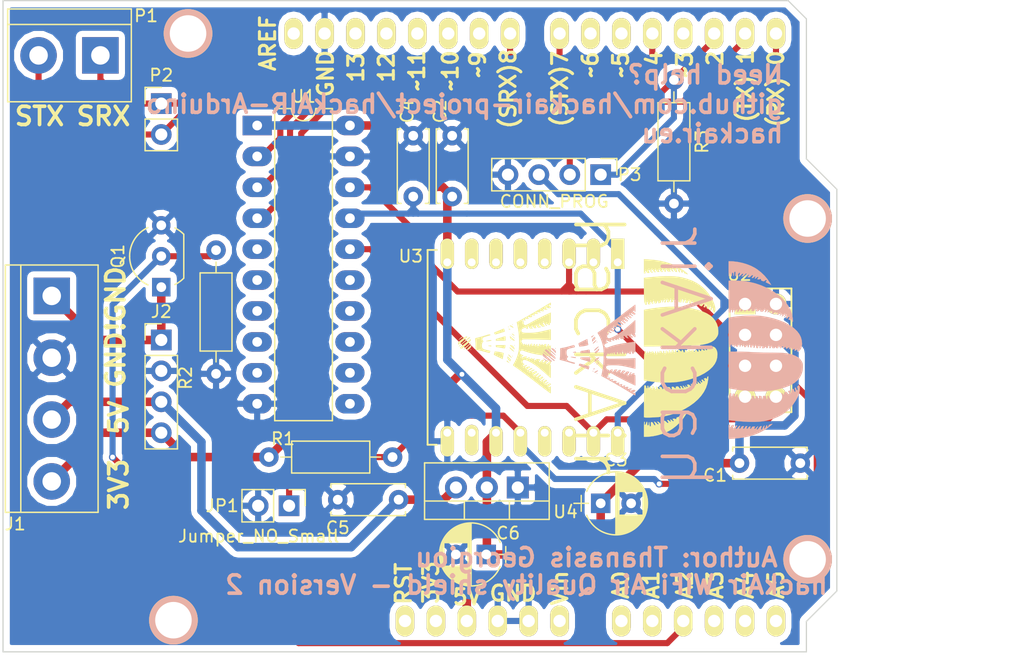
<source format=kicad_pcb>
(kicad_pcb (version 4) (host pcbnew 4.0.6)
  (title_block (title "HackAir Wifi Air Quality Shield for Arduino") (date 2017-04-04) (rev 5) (company "Thanasis Georgiou <contact@thgeorgiou.om>") (comment 1 "Part of the hackAIR project, available freely under the (CC BY 4.0) license.") (comment 3 "kicad0ESP8266 footprints & schematic by Jerry Dunmire, CC BY-SA 4.0") (comment 4 "Arduino Shield footprint by Nicholas C Lewis, CC BY 3.0"))
  (layers (0 F.Cu signal) (31 B.Cu signal) (34 B.Paste user) (35 F.Paste user) (36 B.SilkS user) (37 F.SilkS user) (38 B.Mask user) (39 F.Mask user) (44 Edge.Cuts user))
  (net 0 "")
  (net 1 +3V3)
  (net 2 GND)
  (net 3 /ESP_RST)
  (net 4 +5V)
  (net 5 "Net-(J1-Pad1)")
  (net 6 /SENSOR_RX)
  (net 7 /SENSOR_TX)
  (net 8 /MC_RST)
  (net 9 /MC_TX)
  (net 10 /ESP_TX)
  (net 11 /SW_GND_G)
  (net 12 /ESP_IO_0)
  (net 13 "Net-(SHIELD1-PadAD5)")
  (net 14 "Net-(SHIELD1-PadAD4)")
  (net 15 "Net-(SHIELD1-PadAD3)")
  (net 16 "Net-(SHIELD1-PadAD0)")
  (net 17 "Net-(SHIELD1-PadAD1)")
  (net 18 "Net-(SHIELD1-PadV_IN)")
  (net 19 "Net-(SHIELD1-Pad3V3)")
  (net 20 "Net-(SHIELD1-PadRST)")
  (net 21 "Net-(SHIELD1-Pad3)")
  (net 22 /MC_CS)
  (net 23 "Net-(SHIELD1-Pad5)")
  (net 24 "Net-(SHIELD1-Pad6)")
  (net 25 "Net-(SHIELD1-Pad9)")
  (net 26 "Net-(SHIELD1-Pad10)")
  (net 27 "Net-(SHIELD1-Pad11)")
  (net 28 "Net-(SHIELD1-Pad12)")
  (net 29 "Net-(SHIELD1-Pad13)")
  (net 30 "Net-(SHIELD1-PadAREF)")
  (net 31 "Net-(U1-Pad11)")
  (net 32 "Net-(U1-Pad12)")
  (net 33 "Net-(U1-Pad13)")
  (net 34 "Net-(U1-Pad14)")
  (net 35 "Net-(U1-Pad5)")
  (net 36 "Net-(U1-Pad15)")
  (net 37 "Net-(U1-Pad6)")
  (net 38 /ESP_RX)
  (net 39 "Net-(U1-Pad7)")
  (net 40 "Net-(U1-Pad8)")
  (net 41 /ESP_CS)
  (net 42 "Net-(U1-Pad9)")
  (net 43 "Net-(U3-Pad2)")
  (net 44 "Net-(U3-Pad4)")
  (net 45 "Net-(U3-Pad5)")
  (net 46 "Net-(U3-Pad6)")
  (net 47 "Net-(U3-Pad7)")
  (net 48 "Net-(U3-Pad10)")
  (net 49 "Net-(U3-Pad13)")
  (net 50 "Net-(U3-Pad14)")
  (module lib:Arduino-Mounting (layer F.Cu) (at 214.6 69.4 90)
    (fp_text reference REF** hide)
    (fp_text value Arduino-Mounting hide)
    (pad "" thru_hole circle (at 0 0 90) (size 4 4) (drill 3) (layers *.Cu *.SilkS *.Mask))
  )
  (module lib:Arduino-Mounting (layer F.Cu) (at 214.6 97.4 90)
    (fp_text reference REF** hide)
    (fp_text value Arduino-Mounting hide)
    (pad "" thru_hole circle (at 0 0 90) (size 4 4) (drill 3) (layers *.Cu *.SilkS *.Mask))
  )
  (module lib:Arduino-Mounting (layer F.Cu) (at 162.5 102.4 90)
    (fp_text reference REF** hide)
    (fp_text value Arduino-Mounting hide)
    (pad "" thru_hole circle (at 0 0 90) (size 4 4) (drill 3) (layers *.Cu *.SilkS *.Mask))
  )
  (module lib:Arduino-Mounting (layer F.Cu) (at 163.7 54.2 90)
    (fp_text reference REF** hide)
    (fp_text value Arduino-Mounting hide)
    (pad "" thru_hole circle (at 0 0 90) (size 4 4) (drill 3) (layers *.Cu *.SilkS *.Mask))
  )
  (module lib:logo (layer F.Cu) (at 196.3 80 270)
    (fp_text reference G*** hide)
    (fp_text value LOGO hide)
  )
  (module Capacitors_THT:C_Disc_D6.0mm_W2.5mm_P5.00mm (layer F.Cu) (at 209 89.5)
    (fp_text reference C1 (at -2 1) (layer F.SilkS))
    (fp_text value 10nF)
    (pad 1 thru_hole circle (at 0 0) (size 1.6 1.6) (drill 0.8) (layers *.Cu *.Mask) (net 1 +3V3))
    (pad 2 thru_hole circle (at 5 0) (size 1.6 1.6) (drill 0.8) (layers *.Cu *.Mask) (net 2 GND))
  )
  (module Capacitors_THT:C_Disc_D6.0mm_W2.5mm_P5.00mm (layer F.Cu) (at 185.4 67.6 90)
    (fp_text reference C2 (at 7 -1 90) (layer F.SilkS))
    (fp_text value 100nF)
    (pad 1 thru_hole circle (at 0 0 90) (size 1.6 1.6) (drill 0.8) (layers *.Cu *.Mask) (net 1 +3V3))
    (pad 2 thru_hole circle (at 5 0 90) (size 1.6 1.6) (drill 0.8) (layers *.Cu *.Mask) (net 2 GND))
  )
  (module Capacitors_THT:CP_Radial_D5.0mm_P2.50mm (layer F.Cu) (at 197.6 92.8)
    (fp_text reference C3 (at 1.25 -3.56) (layer F.SilkS))
    (fp_text value 10uF)
    (pad 1 thru_hole rect (at 0 0) (size 1.6 1.6) (drill 0.8) (layers *.Cu *.Mask) (net 1 +3V3))
    (pad 2 thru_hole circle (at 2.5 0) (size 1.6 1.6) (drill 0.8) (layers *.Cu *.Mask) (net 2 GND))
  )
  (module Capacitors_THT:C_Disc_D6.0mm_W2.5mm_P5.00mm (layer F.Cu) (at 182.2 67.6 90)
    (fp_text reference C4 (at 7 -0.5 90) (layer F.SilkS))
    (fp_text value 10nF)
    (pad 1 thru_hole circle (at 0 0 90) (size 1.6 1.6) (drill 0.8) (layers *.Cu *.Mask) (net 3 /ESP_RST))
    (pad 2 thru_hole circle (at 5 0 90) (size 1.6 1.6) (drill 0.8) (layers *.Cu *.Mask) (net 2 GND))
  )
  (module Capacitors_THT:C_Disc_D6.0mm_W2.5mm_P5.00mm (layer F.Cu) (at 181 92.5 180)
    (fp_text reference C5 (at 5 -2.31 180) (layer F.SilkS))
    (fp_text value 100nF)
    (pad 1 thru_hole circle (at 0 0 180) (size 1.6 1.6) (drill 0.8) (layers *.Cu *.Mask) (net 4 +5V))
    (pad 2 thru_hole circle (at 5 0 180) (size 1.6 1.6) (drill 0.8) (layers *.Cu *.Mask) (net 2 GND))
  )
  (module Capacitors_THT:CP_Radial_D5.0mm_P2.50mm (layer F.Cu) (at 188.2 97 180)
    (fp_text reference C6 (at -1.8 1.75 180) (layer F.SilkS))
    (fp_text value 10uF)
    (pad 1 thru_hole rect (at 0 0 180) (size 1.6 1.6) (drill 0.8) (layers *.Cu *.Mask) (net 1 +3V3))
    (pad 2 thru_hole circle (at 2.5 0 180) (size 1.6 1.6) (drill 0.8) (layers *.Cu *.Mask) (net 2 GND))
  )
  (module Connectors:bornier4 (layer F.Cu) (at 152.5 75.76 270)
    (fp_text reference J1 (at 18.74 3 360) (layer F.SilkS))
    (fp_text value CONN_POWER hide)
    (pad 2 thru_hole circle (at 5.08 0 270) (size 3 3) (drill 1.52) (layers *.Cu *.Mask) (net 2 GND))
    (pad 3 thru_hole circle (at 10.16 0 270) (size 3 3) (drill 1.52) (layers *.Cu *.Mask) (net 4 +5V))
    (pad 1 thru_hole rect (at 0 0 270) (size 3 3) (drill 1.52) (layers *.Cu *.Mask) (net 5 "Net-(J1-Pad1)"))
    (pad 4 thru_hole circle (at 15.24 0 270) (size 3 3) (drill 1.52) (layers *.Cu *.Mask) (net 1 +3V3))
  )
  (module Pin_Headers:Pin_Header_Straight_1x04_Pitch2.54mm (layer F.Cu) (at 161.5 79.38)
    (fp_text reference J2 (at 0 -2.33) (layer F.SilkS))
    (fp_text value CONN_POWER_H hide)
    (pad 1 thru_hole rect (at 0 0) (size 1.7 1.7) (drill 1) (layers *.Cu *.Mask) (net 5 "Net-(J1-Pad1)"))
    (pad 2 thru_hole oval (at 0 2.54) (size 1.7 1.7) (drill 1) (layers *.Cu *.Mask) (net 2 GND))
    (pad 3 thru_hole oval (at 0 5.08) (size 1.7 1.7) (drill 1) (layers *.Cu *.Mask) (net 4 +5V))
    (pad 4 thru_hole oval (at 0 7.62) (size 1.7 1.7) (drill 1) (layers *.Cu *.Mask) (net 1 +3V3))
  )
  (module Connectors:bornier2 (layer F.Cu) (at 156.5 56 180)
    (fp_text reference P1 (at -3.75 3.25 180) (layer F.SilkS))
    (fp_text value CONN_SENSOR_SERIAL hide)
    (pad 1 thru_hole rect (at 0 0 180) (size 3 3) (drill 1.52) (layers *.Cu *.Mask) (net 6 /SENSOR_RX))
    (pad 2 thru_hole circle (at 5.08 0 180) (size 3 3) (drill 1.52) (layers *.Cu *.Mask) (net 7 /SENSOR_TX))
  )
  (module Pin_Headers:Pin_Header_Straight_1x02_Pitch2.54mm (layer F.Cu) (at 161.5 59.96)
    (fp_text reference P2 (at 0 -2.33) (layer F.SilkS))
    (fp_text value CONN_SENSOR_SERIAL_H hide)
    (pad 1 thru_hole rect (at 0 0) (size 1.7 1.7) (drill 1) (layers *.Cu *.Mask) (net 6 /SENSOR_RX))
    (pad 2 thru_hole oval (at 0 2.54) (size 1.7 1.7) (drill 1) (layers *.Cu *.Mask) (net 7 /SENSOR_TX))
  )
  (module Pin_Headers:Pin_Header_Straight_1x04_Pitch2.54mm (layer F.Cu) (at 197.6 65.8 270)
    (fp_text reference P3 (at 0 -2.38 360) (layer F.SilkS))
    (fp_text value CONN_PROG (at 2.2 3.82 360) (layer F.SilkS))
    (pad 1 thru_hole rect (at 0 0 270) (size 1.7 1.7) (drill 1) (layers *.Cu *.Mask) (net 8 /MC_RST))
    (pad 2 thru_hole oval (at 0 2.54 270) (size 1.7 1.7) (drill 1) (layers *.Cu *.Mask) (net 9 /MC_TX))
    (pad 3 thru_hole oval (at 0 5.08 270) (size 1.7 1.7) (drill 1) (layers *.Cu *.Mask) (net 10 /ESP_TX))
    (pad 4 thru_hole oval (at 0 7.62 270) (size 1.7 1.7) (drill 1) (layers *.Cu *.Mask) (net 2 GND))
  )
  (module TO_SOT_Packages_THT:TO-92_Inline_Wide (layer F.Cu) (at 161.5 75.04 90)
    (fp_text reference Q1 (at 2.54 -3.56 270) (layer F.SilkS))
    (fp_text value ZVN4206A)
    (pad 2 thru_hole circle (at 2.54 0 180) (size 1.52 1.52) (drill 0.8) (layers *.Cu *.Mask) (net 11 /SW_GND_G))
    (pad 3 thru_hole circle (at 5.08 0 180) (size 1.52 1.52) (drill 0.8) (layers *.Cu *.Mask) (net 2 GND))
    (pad 1 thru_hole rect (at 0 0 180) (size 1.52 1.52) (drill 0.8) (layers *.Cu *.Mask) (net 5 "Net-(J1-Pad1)"))
  )
  (module Resistors_THT:R_Axial_DIN0207_L6.3mm_D2.5mm_P10.16mm_Horizontal (layer F.Cu) (at 180.5 89 180)
    (fp_text reference R1 (at 9 1.5 180) (layer F.SilkS))
    (fp_text value 1K)
    (pad 1 thru_hole circle (at 0 0 180) (size 1.6 1.6) (drill 0.8) (layers *.Cu *.Mask) (net 12 /ESP_IO_0))
    (pad 2 thru_hole oval (at 10.16 0 180) (size 1.6 1.6) (drill 0.8) (layers *.Cu *.Mask) (net 1 +3V3))
  )
  (module arduino_shields:ARDUINO_SHIELD_2_040pins (layer F.Cu) (at 148.5011 105.0036)
    (fp_text reference SHIELD1 hide)
    (fp_text value ARDUINO_SHIELD hide)
    (pad AD5 thru_hole oval (at 63.5 -2.54 90) (size 2.54 1.524) (drill 1.016) (layers *.Cu *.Mask F.SilkS) (net 13 "Net-(SHIELD1-PadAD5)"))
    (pad AD4 thru_hole oval (at 60.96 -2.54 90) (size 2.54 1.524) (drill 1.016) (layers *.Cu *.Mask F.SilkS) (net 14 "Net-(SHIELD1-PadAD4)"))
    (pad AD3 thru_hole oval (at 58.42 -2.54 90) (size 2.54 1.524) (drill 1.016) (layers *.Cu *.Mask F.SilkS) (net 15 "Net-(SHIELD1-PadAD3)"))
    (pad AD0 thru_hole oval (at 50.8 -2.54 90) (size 2.54 1.524) (drill 1.016) (layers *.Cu *.Mask F.SilkS) (net 16 "Net-(SHIELD1-PadAD0)"))
    (pad AD1 thru_hole oval (at 53.34 -2.54 90) (size 2.54 1.524) (drill 1.016) (layers *.Cu *.Mask F.SilkS) (net 17 "Net-(SHIELD1-PadAD1)"))
    (pad AD2 thru_hole oval (at 55.88 -2.54 90) (size 2.54 1.524) (drill 1.016) (layers *.Cu *.Mask F.SilkS) (net 11 /SW_GND_G))
    (pad V_IN thru_hole oval (at 45.72 -2.54 90) (size 2.54 1.524) (drill 1.016) (layers *.Cu *.Mask F.SilkS) (net 18 "Net-(SHIELD1-PadV_IN)"))
    (pad GND2 thru_hole oval (at 43.18 -2.54 90) (size 2.54 1.524) (drill 1.016) (layers *.Cu *.Mask F.SilkS) (net 2 GND))
    (pad GND1 thru_hole oval (at 40.64 -2.54 90) (size 2.54 1.524) (drill 1.016) (layers *.Cu *.Mask F.SilkS) (net 2 GND))
    (pad 3V3 thru_hole oval (at 35.56 -2.54 90) (size 2.54 1.524) (drill 1.016) (layers *.Cu *.Mask F.SilkS) (net 19 "Net-(SHIELD1-Pad3V3)"))
    (pad RST thru_hole oval (at 33.02 -2.54 90) (size 2.54 1.524) (drill 1.016) (layers *.Cu *.Mask F.SilkS) (net 20 "Net-(SHIELD1-PadRST)"))
    (pad 0 thru_hole oval (at 63.5 -50.8 90) (size 2.54 1.524) (drill 1.016) (layers *.Cu *.Mask F.SilkS) (net 10 /ESP_TX))
    (pad 1 thru_hole oval (at 60.96 -50.8 90) (size 2.54 1.524) (drill 1.016) (layers *.Cu *.Mask F.SilkS) (net 9 /MC_TX))
    (pad 2 thru_hole oval (at 58.42 -50.8 90) (size 2.54 1.524) (drill 1.016) (layers *.Cu *.Mask F.SilkS) (net 8 /MC_RST))
    (pad 3 thru_hole oval (at 55.88 -50.8 90) (size 2.54 1.524) (drill 1.016) (layers *.Cu *.Mask F.SilkS) (net 21 "Net-(SHIELD1-Pad3)"))
    (pad 4 thru_hole oval (at 53.34 -50.8 90) (size 2.54 1.524) (drill 1.016) (layers *.Cu *.Mask F.SilkS) (net 22 /MC_CS))
    (pad 5 thru_hole oval (at 50.8 -50.8 90) (size 2.54 1.524) (drill 1.016) (layers *.Cu *.Mask F.SilkS) (net 23 "Net-(SHIELD1-Pad5)"))
    (pad 6 thru_hole oval (at 48.26 -50.8 90) (size 2.54 1.524) (drill 1.016) (layers *.Cu *.Mask F.SilkS) (net 24 "Net-(SHIELD1-Pad6)"))
    (pad 7 thru_hole oval (at 45.72 -50.8 90) (size 2.54 1.524) (drill 1.016) (layers *.Cu *.Mask F.SilkS) (net 7 /SENSOR_TX))
    (pad 8 thru_hole oval (at 41.656 -50.8 90) (size 2.54 1.524) (drill 1.016) (layers *.Cu *.Mask F.SilkS) (net 6 /SENSOR_RX))
    (pad 9 thru_hole oval (at 39.116 -50.8 90) (size 2.54 1.524) (drill 1.016) (layers *.Cu *.Mask F.SilkS) (net 25 "Net-(SHIELD1-Pad9)"))
    (pad 10 thru_hole oval (at 36.576 -50.8 90) (size 2.54 1.524) (drill 1.016) (layers *.Cu *.Mask F.SilkS) (net 26 "Net-(SHIELD1-Pad10)"))
    (pad 11 thru_hole oval (at 34.036 -50.8 90) (size 2.54 1.524) (drill 1.016) (layers *.Cu *.Mask F.SilkS) (net 27 "Net-(SHIELD1-Pad11)"))
    (pad 12 thru_hole oval (at 31.496 -50.8 90) (size 2.54 1.524) (drill 1.016) (layers *.Cu *.Mask F.SilkS) (net 28 "Net-(SHIELD1-Pad12)"))
    (pad 13 thru_hole oval (at 28.956 -50.8 90) (size 2.54 1.524) (drill 1.016) (layers *.Cu *.Mask F.SilkS) (net 29 "Net-(SHIELD1-Pad13)"))
    (pad GND3 thru_hole oval (at 26.416 -50.8 90) (size 2.54 1.524) (drill 1.016) (layers *.Cu *.Mask F.SilkS) (net 2 GND))
    (pad AREF thru_hole oval (at 23.876 -50.8 90) (size 2.54 1.524) (drill 1.016) (layers *.Cu *.Mask F.SilkS) (net 30 "Net-(SHIELD1-PadAREF)"))
    (pad 5V thru_hole oval (at 38.1 -2.54 90) (size 2.54 1.524) (drill 1.016) (layers *.Cu *.Mask F.SilkS) (net 4 +5V))
  )
  (module Housings_DIP:DIP-20_W7.62mm_LongPads (layer F.Cu) (at 169.38 61.76)
    (fp_text reference U1 (at 3.81 -2.39) (layer F.SilkS))
    (fp_text value SN74LVC245A)
    (pad 1 thru_hole rect (at 0 0) (size 2.4 1.6) (drill 0.8) (layers *.Cu *.Mask) (net 1 +3V3))
    (pad 11 thru_hole oval (at 7.62 22.86) (size 2.4 1.6) (drill 0.8) (layers *.Cu *.Mask) (net 31 "Net-(U1-Pad11)"))
    (pad 2 thru_hole oval (at 0 2.54) (size 2.4 1.6) (drill 0.8) (layers *.Cu *.Mask) (net 22 /MC_CS))
    (pad 12 thru_hole oval (at 7.62 20.32) (size 2.4 1.6) (drill 0.8) (layers *.Cu *.Mask) (net 32 "Net-(U1-Pad12)"))
    (pad 3 thru_hole oval (at 0 5.08) (size 2.4 1.6) (drill 0.8) (layers *.Cu *.Mask) (net 8 /MC_RST))
    (pad 13 thru_hole oval (at 7.62 17.78) (size 2.4 1.6) (drill 0.8) (layers *.Cu *.Mask) (net 33 "Net-(U1-Pad13)"))
    (pad 4 thru_hole oval (at 0 7.62) (size 2.4 1.6) (drill 0.8) (layers *.Cu *.Mask) (net 9 /MC_TX))
    (pad 14 thru_hole oval (at 7.62 15.24) (size 2.4 1.6) (drill 0.8) (layers *.Cu *.Mask) (net 34 "Net-(U1-Pad14)"))
    (pad 5 thru_hole oval (at 0 10.16) (size 2.4 1.6) (drill 0.8) (layers *.Cu *.Mask) (net 35 "Net-(U1-Pad5)"))
    (pad 15 thru_hole oval (at 7.62 12.7) (size 2.4 1.6) (drill 0.8) (layers *.Cu *.Mask) (net 36 "Net-(U1-Pad15)"))
    (pad 6 thru_hole oval (at 0 12.7) (size 2.4 1.6) (drill 0.8) (layers *.Cu *.Mask) (net 37 "Net-(U1-Pad6)"))
    (pad 16 thru_hole oval (at 7.62 10.16) (size 2.4 1.6) (drill 0.8) (layers *.Cu *.Mask) (net 38 /ESP_RX))
    (pad 7 thru_hole oval (at 0 15.24) (size 2.4 1.6) (drill 0.8) (layers *.Cu *.Mask) (net 39 "Net-(U1-Pad7)"))
    (pad 17 thru_hole oval (at 7.62 7.62) (size 2.4 1.6) (drill 0.8) (layers *.Cu *.Mask) (net 3 /ESP_RST))
    (pad 8 thru_hole oval (at 0 17.78) (size 2.4 1.6) (drill 0.8) (layers *.Cu *.Mask) (net 40 "Net-(U1-Pad8)"))
    (pad 18 thru_hole oval (at 7.62 5.08) (size 2.4 1.6) (drill 0.8) (layers *.Cu *.Mask) (net 41 /ESP_CS))
    (pad 9 thru_hole oval (at 0 20.32) (size 2.4 1.6) (drill 0.8) (layers *.Cu *.Mask) (net 42 "Net-(U1-Pad9)"))
    (pad 19 thru_hole oval (at 7.62 2.54) (size 2.4 1.6) (drill 0.8) (layers *.Cu *.Mask) (net 2 GND))
    (pad 10 thru_hole oval (at 0 22.86) (size 2.4 1.6) (drill 0.8) (layers *.Cu *.Mask) (net 2 GND))
    (pad 20 thru_hole oval (at 7.62 0) (size 2.4 1.6) (drill 0.8) (layers *.Cu *.Mask) (net 1 +3V3))
  )
  (module ESP8266:ESP-01 (layer F.Cu) (at 209.46 76.42)
    (fp_text reference U2 (at -0.46 -2.42) (layer F.SilkS))
    (fp_text value ESP-01v090)
    (pad 1 thru_hole rect (at 0 0) (size 1.7272 1.7272) (drill 1.016) (layers *.Cu *.Mask F.SilkS) (net 10 /ESP_TX))
    (pad 2 thru_hole oval (at 2.54 0) (size 1.7272 1.7272) (drill 1.016) (layers *.Cu *.Mask F.SilkS) (net 2 GND))
    (pad 3 thru_hole oval (at 0 2.54) (size 1.7272 1.7272) (drill 1.016) (layers *.Cu *.Mask F.SilkS) (net 41 /ESP_CS))
    (pad 4 thru_hole oval (at 2.54 2.54) (size 1.7272 1.7272) (drill 1.016) (layers *.Cu *.Mask F.SilkS) (net 1 +3V3))
    (pad 5 thru_hole oval (at 0 5.08) (size 1.7272 1.7272) (drill 1.016) (layers *.Cu *.Mask F.SilkS) (net 3 /ESP_RST))
    (pad 6 thru_hole oval (at 2.54 5.08) (size 1.7272 1.7272) (drill 1.016) (layers *.Cu *.Mask F.SilkS) (net 12 /ESP_IO_0))
    (pad 7 thru_hole oval (at 0 7.62) (size 1.7272 1.7272) (drill 1.016) (layers *.Cu *.Mask F.SilkS) (net 1 +3V3))
    (pad 8 thru_hole oval (at 2.54 7.62) (size 1.7272 1.7272) (drill 1.016) (layers *.Cu *.Mask F.SilkS) (net 38 /ESP_RX))
  )
  (module ESP8266:ESP-12 (layer F.Cu) (at 199 73 270)
    (fp_text reference U3 (at -0.5 17 360) (layer F.SilkS))
    (fp_text value ESP-12)
    (pad 1 thru_hole rect (at 0 0 270) (size 2.5 1.1) (drill 0.65 (offset -0.7 0)) (layers *.Cu *.Mask F.SilkS) (net 3 /ESP_RST))
    (pad 2 thru_hole oval (at 0 2 270) (size 2.5 1.1) (drill 0.65 (offset -0.7 0)) (layers *.Cu *.Mask F.SilkS) (net 43 "Net-(U3-Pad2)"))
    (pad 3 thru_hole oval (at 0 4 270) (size 2.5 1.1) (drill 0.65 (offset -0.7 0)) (layers *.Cu *.Mask F.SilkS) (net 41 /ESP_CS))
    (pad 4 thru_hole oval (at 0 6 270) (size 2.5 1.1) (drill 0.65 (offset -0.7 0)) (layers *.Cu *.Mask F.SilkS) (net 44 "Net-(U3-Pad4)"))
    (pad 5 thru_hole oval (at 0 8 270) (size 2.5 1.1) (drill 0.65 (offset -0.7 0)) (layers *.Cu *.Mask F.SilkS) (net 45 "Net-(U3-Pad5)"))
    (pad 6 thru_hole oval (at 0 10 270) (size 2.5 1.1) (drill 0.65 (offset -0.7 0)) (layers *.Cu *.Mask F.SilkS) (net 46 "Net-(U3-Pad6)"))
    (pad 7 thru_hole oval (at 0 12 270) (size 2.5 1.1) (drill 0.65 (offset -0.7 0)) (layers *.Cu *.Mask F.SilkS) (net 47 "Net-(U3-Pad7)"))
    (pad 8 thru_hole oval (at 0 14 270) (size 2.5 1.1) (drill 0.65 (offset -0.7 0)) (layers *.Cu *.Mask F.SilkS) (net 1 +3V3))
    (pad 9 thru_hole oval (at 14 14 270) (size 2.5 1.1) (drill 0.65 (offset 0.7 0)) (layers *.Cu *.Mask F.SilkS) (net 2 GND))
    (pad 10 thru_hole oval (at 14 12 270) (size 2.5 1.1) (drill 0.65 (offset 0.6 0)) (layers *.Cu *.Mask F.SilkS) (net 48 "Net-(U3-Pad10)"))
    (pad 11 thru_hole oval (at 14 10 270) (size 2.5 1.1) (drill 0.65 (offset 0.7 0)) (layers *.Cu *.Mask F.SilkS) (net 1 +3V3))
    (pad 12 thru_hole oval (at 14 8 270) (size 2.5 1.1) (drill 0.65 (offset 0.7 0)) (layers *.Cu *.Mask F.SilkS) (net 12 /ESP_IO_0))
    (pad 13 thru_hole oval (at 14 6 270) (size 2.5 1.1) (drill 0.65 (offset 0.7 0)) (layers *.Cu *.Mask F.SilkS) (net 49 "Net-(U3-Pad13)"))
    (pad 14 thru_hole oval (at 14 4 270) (size 2.5 1.1) (drill 0.65 (offset 0.7 0)) (layers *.Cu *.Mask F.SilkS) (net 50 "Net-(U3-Pad14)"))
    (pad 15 thru_hole oval (at 14 2 270) (size 2.5 1.1) (drill 0.65 (offset 0.7 0)) (layers *.Cu *.Mask F.SilkS) (net 38 /ESP_RX))
    (pad 16 thru_hole oval (at 14 0 270) (size 2.5 1.1) (drill 0.65 (offset 0.7 0)) (layers *.Cu *.Mask F.SilkS) (net 10 /ESP_TX))
  )
  (module TO_SOT_Packages_THT:TO-220_Vertical (layer F.Cu) (at 190.79 91.5 180)
    (fp_text reference U4 (at -3.92 -2 180) (layer F.SilkS))
    (fp_text value LD1117S33CTR)
    (pad 1 thru_hole rect (at 0 0 180) (size 1.8 1.8) (drill 1) (layers *.Cu *.Mask) (net 2 GND))
    (pad 2 thru_hole oval (at 2.54 0 180) (size 1.8 1.8) (drill 1) (layers *.Cu *.Mask) (net 1 +3V3))
    (pad 3 thru_hole oval (at 5.08 0 180) (size 1.8 1.8) (drill 1) (layers *.Cu *.Mask) (net 4 +5V))
  )
  (module Pin_Headers:Pin_Header_Straight_1x02_Pitch2.54mm (layer F.Cu) (at 172 93 270)
    (fp_text reference JP1 (at 0 5.5 540) (layer F.SilkS))
    (fp_text value Jumper_NO_Small (at 2.5 2.5 360) (layer F.SilkS))
    (pad 1 thru_hole rect (at 0 0 270) (size 1.7 1.7) (drill 1) (layers *.Cu *.Mask) (net 12 /ESP_IO_0))
    (pad 2 thru_hole oval (at 0 2.54 270) (size 1.7 1.7) (drill 1) (layers *.Cu *.Mask) (net 2 GND))
  )
  (module Resistors_THT:R_Axial_DIN0207_L6.3mm_D2.5mm_P10.16mm_Horizontal (layer F.Cu) (at 166 72 270)
    (fp_text reference R2 (at 10.5 2.5 270) (layer F.SilkS))
    (fp_text value 100K)
    (pad 1 thru_hole circle (at 0 0 270) (size 1.6 1.6) (drill 0.8) (layers *.Cu *.Mask) (net 11 /SW_GND_G))
    (pad 2 thru_hole oval (at 10.16 0 270) (size 1.6 1.6) (drill 0.8) (layers *.Cu *.Mask) (net 2 GND))
  )
  (module lib:logo (layer B.Cu) (at 203.25 80.25 90)
    (fp_text reference G*** hide)
    (fp_text value LOGO hide)
  )
  (module Resistors_THT:R_Axial_DIN0207_L6.3mm_D2.5mm_P10.16mm_Horizontal (layer F.Cu) (at 203.615795 58.015795 270)
    (fp_text reference R3 (at 5.08 -2.31 270) (layer F.SilkS))
    (fp_text value 10k)
    (pad 1 thru_hole circle (at 0 0 270) (size 1.6 1.6) (drill 0.8) (layers *.Cu *.Mask) (net 8 /MC_RST))
    (pad 2 thru_hole oval (at 10.16 0 270) (size 1.6 1.6) (drill 0.8) (layers *.Cu *.Mask) (net 2 GND))
  )
  (gr_text hackAir (at 197.4 79.8 270) (layer F.SilkS) (effects (font (size 4 4) (thickness 0.3))))
  (gr_text "Need help?\ngithub.com/hackair-project/hackAIR-Arduino\nhackair.eu" (at 212.75 60) (layer B.SilkS) (effects (font (size 1.5 1.5) (thickness 0.3)) (justify left mirror)))
  (gr_text "Author: Thanasis Georgiou" (at 197.25 97.25) (layer B.SilkS) (effects (font (size 1.5 1.5) (thickness 0.3)) (justify mirror)))
  (gr_text "hackAir WiFi Air Quality shield - Version 2" (at 191.5 99.5) (layer B.SilkS) (effects (font (size 1.5 1.5) (thickness 0.3)) (justify mirror)))
  (gr_text hackAir (at 204.5 80.75 270) (layer B.SilkS) (effects (font (size 4 4) (thickness 0.3)) (justify mirror)))
  (gr_text RST (at 181.4 99.4 90) (layer F.SilkS) (effects (font (size 1.25 1.25) (thickness 0.25))))
  (gr_text 3V3 (at 183.65 99.3 90) (layer F.SilkS) (effects (font (size 1.25 1.25) (thickness 0.25))))
  (gr_text 5V (at 186.6 100.5) (layer F.SilkS) (effects (font (size 1.25 1.25) (thickness 0.25))))
  (gr_text GND (at 190.4 100.2) (layer F.SilkS) (effects (font (size 1.25 1.25) (thickness 0.25))))
  (gr_text Vin (at 194.25 99.75 90) (layer F.SilkS) (effects (font (size 1.25 1.25) (thickness 0.25))))
  (gr_text A0 (at 199.25 99.5 90) (layer F.SilkS) (effects (font (size 1.25 1.25) (thickness 0.25))))
  (gr_text A1 (at 201.75 99.5 90) (layer F.SilkS) (effects (font (size 1.25 1.25) (thickness 0.25))))
  (gr_text A2 (at 204.5 99.5 90) (layer F.SilkS) (effects (font (size 1.25 1.25) (thickness 0.25))))
  (gr_text A3 (at 207 99.5 90) (layer F.SilkS) (effects (font (size 1.25 1.25) (thickness 0.25))))
  (gr_text A4 (at 209.5 99.5 90) (layer F.SilkS) (effects (font (size 1.25 1.25) (thickness 0.25))))
  (gr_text A5 (at 212 99.5 90) (layer F.SilkS) (effects (font (size 1.25 1.25) (thickness 0.25))))
  (gr_text AREF (at 170.25 55 90) (layer F.SilkS) (effects (font (size 1.25 1.25) (thickness 0.25))))
  (gr_text GND (at 175 57.5 90) (layer F.SilkS) (effects (font (size 1.25 1.25) (thickness 0.25))))
  (gr_text 13 (at 177.5 57 90) (layer F.SilkS) (effects (font (size 1.25 1.25) (thickness 0.25))))
  (gr_text 12 (at 180 57 90) (layer F.SilkS) (effects (font (size 1.25 1.25) (thickness 0.25))))
  (gr_text ~~11 (at 182.5 57.25 90) (layer F.SilkS) (effects (font (size 1.25 1.25) (thickness 0.25))))
  (gr_text ~~10 (at 185.25 57.25 90) (layer F.SilkS) (effects (font (size 1.25 1.25) (thickness 0.25))))
  (gr_text ~~9 (at 187.5 56.75 90) (layer F.SilkS) (effects (font (size 1.25 1.25) (thickness 0.25))))
  (gr_text "(SRX)8" (at 190 58.75 90) (layer F.SilkS) (effects (font (size 1.25 1.25) (thickness 0.25))))
  (gr_text "(STX)7" (at 194.25 58.75 90) (layer F.SilkS) (effects (font (size 1.25 1.25) (thickness 0.25))))
  (gr_text ~~6 (at 196.75 56.75 90) (layer F.SilkS) (effects (font (size 1.25 1.25) (thickness 0.25))))
  (gr_text ~~5 (at 199.25 56.75 90) (layer F.SilkS) (effects (font (size 1.25 1.25) (thickness 0.25))))
  (gr_text 4 (at 202 56.25 90) (layer F.SilkS) (effects (font (size 1.25 1.25) (thickness 0.25))))
  (gr_text ~~3 (at 204.5 56.75 90) (layer F.SilkS) (effects (font (size 1.25 1.25) (thickness 0.25))))
  (gr_text 2 (at 207 56.25 90) (layer F.SilkS) (effects (font (size 1.25 1.25) (thickness 0.25))))
  (gr_text "(TX) 1" (at 209.5 58.5 90) (layer F.SilkS) (effects (font (size 1.25 1.25) (thickness 0.25))))
  (gr_text "(RX) 0" (at 212 58.75 90) (layer F.SilkS) (effects (font (size 1.25 1.25) (thickness 0.25))))
  (gr_text 3V3 (at 158 91.25 90) (layer F.SilkS) (effects (font (size 1.5 1.5) (thickness 0.3))))
  (gr_text 5V (at 158 85.75 90) (layer F.SilkS) (effects (font (size 1.5 1.5) (thickness 0.3))))
  (gr_text GND (at 157.75 81 90) (layer F.SilkS) (effects (font (size 1.5 1.5) (thickness 0.3))))
  (gr_text !GND (at 157.75 76 90) (layer F.SilkS) (effects (font (size 1.5 1.5) (thickness 0.3))))
  (gr_text SRX (at 156.75 61) (layer F.SilkS) (effects (font (size 1.5 1.5) (thickness 0.3))))
  (gr_text STX (at 151.5 61) (layer F.SilkS) (effects (font (size 1.5 1.5) (thickness 0.3))))
  (gr_line (start 148.5 105) (end 148.5 51.5) (layer Edge.Cuts) (width 0.1))
  (gr_line (start 214.5 105) (end 148.5 105) (layer Edge.Cuts) (width 0.1))
  (gr_line (start 214.5 102.5) (end 214.5 105) (layer Edge.Cuts) (width 0.1))
  (gr_line (start 217 100) (end 214.5 102.5) (layer Edge.Cuts) (width 0.1))
  (gr_line (start 217 67) (end 217 100) (layer Edge.Cuts) (width 0.1))
  (gr_line (start 214.5 64.5) (end 217 67) (layer Edge.Cuts) (width 0.1))
  (gr_line (start 214.5 53) (end 214.5 64.5) (layer Edge.Cuts) (width 0.1))
  (gr_line (start 213 51.5) (end 214.5 53) (layer Edge.Cuts) (width 0.1))
  (gr_line (start 148.5 51.5) (end 213 51.5) (layer Edge.Cuts) (width 0.1))
  (segment (start 185 73) (end 185 68) (width 0.7) (layer F.Cu) (net 1))
  (segment (start 185 68) (end 185.4 67.6) (width 0.7) (layer F.Cu) (net 1))
  (segment (start 177 61.76) (end 178.9 61.76) (width 0.7) (layer F.Cu) (net 1))
  (segment (start 183.940001 66.800001) (end 184.600001 66.800001) (width 0.7) (layer F.Cu) (net 1))
  (segment (start 178.9 61.76) (end 183.940001 66.800001) (width 0.7) (layer F.Cu) (net 1))
  (segment (start 184.600001 66.800001) (end 185.4 67.6) (width 0.7) (layer F.Cu) (net 1))
  (segment (start 161.5 87) (end 163.5 89) (width 0.7) (layer F.Cu) (net 1))
  (segment (start 163.5 89) (end 170.34 89) (width 0.7) (layer F.Cu) (net 1))
  (segment (start 152.5 91) (end 156.5 87) (width 0.7) (layer F.Cu) (net 1))
  (segment (start 156.5 87) (end 160 87) (width 0.7) (layer F.Cu) (net 1))
  (segment (start 160 87) (end 161.5 87) (width 0.7) (layer F.Cu) (net 1))
  (segment (start 185 81) (end 186.2 82.2) (width 0.7) (layer B.Cu) (net 1))
  (segment (start 172.14 87.2) (end 181.027194 87.2) (width 0.7) (layer F.Cu) (net 1))
  (via (at 186.2 82.2) (size 0.6) (drill 0.4) (layers F.Cu B.Cu) (net 1))
  (segment (start 186.2 82.2) (end 189 85) (width 0.7) (layer B.Cu) (net 1))
  (segment (start 181.027194 87.2) (end 186.027194 82.2) (width 0.7) (layer F.Cu) (net 1))
  (segment (start 186.027194 82.2) (end 186.2 82.2) (width 0.7) (layer F.Cu) (net 1))
  (segment (start 170.34 89) (end 172.14 87.2) (width 0.7) (layer F.Cu) (net 1))
  (segment (start 209 86.4) (end 212.713601 86.4) (width 0.7) (layer B.Cu) (net 1))
  (segment (start 212.713601 86.4) (end 213.513601 85.6) (width 0.7) (layer B.Cu) (net 1))
  (segment (start 213.513601 85.6) (end 213.513601 80.473601) (width 0.7) (layer B.Cu) (net 1))
  (segment (start 213.513601 80.473601) (end 212.863599 79.823599) (width 0.7) (layer B.Cu) (net 1))
  (segment (start 212.863599 79.823599) (end 212 78.96) (width 0.7) (layer B.Cu) (net 1))
  (segment (start 209 86.4) (end 209 84.5) (width 0.7) (layer B.Cu) (net 1))
  (segment (start 209 89.5) (end 209 86.4) (width 0.7) (layer B.Cu) (net 1))
  (segment (start 209 84.5) (end 209.46 84.04) (width 0.7) (layer B.Cu) (net 1))
  (segment (start 189 85) (end 189 87) (width 0.7) (layer B.Cu) (net 1))
  (segment (start 185 73) (end 185 81) (width 0.7) (layer B.Cu) (net 1))
  (segment (start 188.25 91.5) (end 188.25 87.75) (width 0.7) (layer F.Cu) (net 1))
  (segment (start 188.25 87.75) (end 189 87) (width 0.7) (layer F.Cu) (net 1))
  (segment (start 177 61.76) (end 169.38 61.76) (width 0.7) (layer B.Cu) (net 1))
  (segment (start 197.6 92.8) (end 200.9 89.5) (width 0.7) (layer F.Cu) (net 1))
  (segment (start 200.9 89.5) (end 209 89.5) (width 0.7) (layer F.Cu) (net 1))
  (segment (start 188.2 97) (end 194.9 97) (width 0.7) (layer F.Cu) (net 1))
  (segment (start 194.9 97) (end 197.6 94.3) (width 0.7) (layer F.Cu) (net 1))
  (segment (start 197.6 94.3) (end 197.6 92.8) (width 0.7) (layer F.Cu) (net 1))
  (segment (start 188.25 91.5) (end 188.25 96.95) (width 0.7) (layer F.Cu) (net 1))
  (segment (start 188.25 96.95) (end 188.2 97) (width 0.7) (layer F.Cu) (net 1))
  (segment (start 188.439999 87.560001) (end 189 87) (width 0.5) (layer F.Cu) (net 1))
  (segment (start 199 73) (end 199 72.044351) (width 0.5) (layer B.Cu) (net 3))
  (segment (start 199 72.044351) (end 195.955649 69) (width 0.5) (layer B.Cu) (net 3))
  (segment (start 195.955649 69) (end 186.6 69) (width 0.5) (layer B.Cu) (net 3))
  (segment (start 182.2 69) (end 181.8 69) (width 0.5) (layer B.Cu) (net 3))
  (segment (start 181.8 69) (end 177.38 69) (width 0.5) (layer B.Cu) (net 3))
  (segment (start 182.2 68.73137) (end 182.06863 68.73137) (width 0.5) (layer B.Cu) (net 3))
  (segment (start 182.06863 68.73137) (end 181.8 69) (width 0.5) (layer B.Cu) (net 3))
  (segment (start 186.6 69) (end 182.6 69) (width 0.5) (layer B.Cu) (net 3))
  (segment (start 182.6 69) (end 182.2 69) (width 0.5) (layer B.Cu) (net 3))
  (segment (start 182.2 68.73137) (end 182.33137 68.73137) (width 0.5) (layer B.Cu) (net 3))
  (segment (start 182.33137 68.73137) (end 182.6 69) (width 0.5) (layer B.Cu) (net 3))
  (segment (start 182.2 67.6) (end 182.2 68.73137) (width 0.5) (layer B.Cu) (net 3))
  (segment (start 182.2 68.73137) (end 182.2 69) (width 0.5) (layer B.Cu) (net 3))
  (segment (start 199 78.5) (end 199 73) (width 0.5) (layer B.Cu) (net 3))
  (segment (start 209.46 81.5) (end 202 81.5) (width 0.5) (layer F.Cu) (net 3))
  (segment (start 202 81.5) (end 199 78.5) (width 0.5) (layer F.Cu) (net 3))
  (via (at 199 78.5) (size 0.6) (drill 0.4) (layers F.Cu B.Cu) (net 3))
  (segment (start 177.38 69) (end 177 69.38) (width 0.5) (layer B.Cu) (net 3))
  (segment (start 199 73) (end 199 71.5) (width 0.5) (layer F.Cu) (net 3))
  (segment (start 181 92.5) (end 177.1 96.4) (width 0.7) (layer B.Cu) (net 4))
  (segment (start 177.1 96.4) (end 167.8 96.4) (width 0.7) (layer B.Cu) (net 4))
  (segment (start 167.8 96.4) (end 164.8 93.4) (width 0.7) (layer B.Cu) (net 4))
  (segment (start 164.8 93.4) (end 164.8 87.76) (width 0.7) (layer B.Cu) (net 4))
  (segment (start 164.8 87.76) (end 161.5 84.46) (width 0.7) (layer B.Cu) (net 4))
  (segment (start 160 84.46) (end 161.5 84.46) (width 0.7) (layer F.Cu) (net 4))
  (segment (start 183.6 92.5) (end 184.71 92.5) (width 0.7) (layer F.Cu) (net 4))
  (segment (start 181 92.5) (end 183.6 92.5) (width 0.7) (layer F.Cu) (net 4))
  (segment (start 183.789998 92.5) (end 184.249999 92.960001) (width 0.7) (layer F.Cu) (net 4))
  (segment (start 183.6 92.5) (end 183.789998 92.5) (width 0.7) (layer F.Cu) (net 4))
  (segment (start 184.71 92.5) (end 185.71 91.5) (width 0.7) (layer F.Cu) (net 4))
  (segment (start 186.6011 102.4636) (end 186.6011 100.4936) (width 0.7) (layer F.Cu) (net 4))
  (segment (start 186.6011 100.4936) (end 184.249999 98.142499) (width 0.7) (layer F.Cu) (net 4))
  (segment (start 184.249999 98.142499) (end 184.249999 92.960001) (width 0.7) (layer F.Cu) (net 4))
  (segment (start 184.249999 92.960001) (end 184.810001 92.399999) (width 0.7) (layer F.Cu) (net 4))
  (segment (start 184.810001 92.399999) (end 185.71 91.5) (width 0.7) (layer F.Cu) (net 4))
  (segment (start 160 84.46) (end 153.96 84.46) (width 0.7) (layer F.Cu) (net 4))
  (segment (start 153.96 84.46) (end 152.5 85.92) (width 0.7) (layer F.Cu) (net 4))
  (segment (start 160 79.38) (end 161.5 79.38) (width 0.7) (layer F.Cu) (net 5))
  (segment (start 161.5 76.3) (end 161.5 79.38) (width 0.7) (layer F.Cu) (net 5))
  (segment (start 161.5 75.04) (end 161.5 76.33) (width 0.7) (layer F.Cu) (net 5))
  (segment (start 161.5 76.33) (end 161.5 76.3) (width 0.7) (layer F.Cu) (net 5))
  (segment (start 160 79.38) (end 156.12 79.38) (width 0.7) (layer F.Cu) (net 5))
  (segment (start 156.12 79.38) (end 152.5 75.76) (width 0.7) (layer F.Cu) (net 5))
  (segment (start 161.5 75.04) (end 161.5 76.3) (width 0.5) (layer F.Cu) (net 5))
  (segment (start 190.1571 54.2036) (end 190.1571 56.2429) (width 0.5) (layer F.Cu) (net 6))
  (segment (start 190.1571 56.2429) (end 189.8 56.6) (width 0.5) (layer F.Cu) (net 6))
  (segment (start 166.21 56.6) (end 162.85 59.96) (width 0.5) (layer F.Cu) (net 6))
  (segment (start 189.8 56.6) (end 166.21 56.6) (width 0.5) (layer F.Cu) (net 6))
  (segment (start 162.85 59.96) (end 161.5 59.96) (width 0.5) (layer F.Cu) (net 6))
  (segment (start 156.5 56) (end 156.5 58) (width 0.5) (layer F.Cu) (net 6))
  (segment (start 156.5 58) (end 158.46 59.96) (width 0.5) (layer F.Cu) (net 6))
  (segment (start 158.46 59.96) (end 160.15 59.96) (width 0.5) (layer F.Cu) (net 6))
  (segment (start 160.15 59.96) (end 161.5 59.96) (width 0.5) (layer F.Cu) (net 6))
  (segment (start 194.2211 54.2036) (end 194.2211 55.9736) (width 0.5) (layer F.Cu) (net 7))
  (segment (start 194.2211 55.9736) (end 192.79469 57.40001) (width 0.5) (layer F.Cu) (net 7))
  (segment (start 192.79469 57.40001) (end 166.59999 57.40001) (width 0.5) (layer F.Cu) (net 7))
  (segment (start 166.59999 57.40001) (end 161.5 62.5) (width 0.5) (layer F.Cu) (net 7))
  (segment (start 151.42 56) (end 151.42 58.12132) (width 0.5) (layer F.Cu) (net 7))
  (segment (start 151.42 58.12132) (end 155.79868 62.5) (width 0.5) (layer F.Cu) (net 7))
  (segment (start 155.79868 62.5) (end 161.5 62.5) (width 0.5) (layer F.Cu) (net 7))
  (segment (start 203.615795 58.015795) (end 203.615795 61.134205) (width 0.5) (layer B.Cu) (net 8))
  (segment (start 203.615795 61.134205) (end 198.95 65.8) (width 0.5) (layer B.Cu) (net 8))
  (segment (start 198.95 65.8) (end 197.6 65.8) (width 0.5) (layer B.Cu) (net 8))
  (segment (start 175.131354 59.00003) (end 202.63156 59.00003) (width 0.5) (layer F.Cu) (net 8))
  (segment (start 202.63156 59.00003) (end 203.615795 58.015795) (width 0.5) (layer F.Cu) (net 8))
  (segment (start 206.9211 54.2036) (end 206.9211 54.7116) (width 0.5) (layer F.Cu) (net 8))
  (segment (start 206.9211 54.7116) (end 203.616905 58.015795) (width 0.5) (layer F.Cu) (net 8))
  (segment (start 203.616905 58.015795) (end 203.615795 58.015795) (width 0.5) (layer F.Cu) (net 8))
  (segment (start 175.131354 59.00003) (end 172.08001 62.051374) (width 0.5) (layer F.Cu) (net 8))
  (segment (start 172.08001 62.051374) (end 172.08001 64.53999) (width 0.5) (layer F.Cu) (net 8))
  (segment (start 172.08001 64.53999) (end 169.78 66.84) (width 0.5) (layer F.Cu) (net 8))
  (segment (start 169.78 66.84) (end 169.38 66.84) (width 0.5) (layer F.Cu) (net 8))
  (segment (start 169.38 66.609202) (end 169.38 66.84) (width 0.5) (layer F.Cu) (net 8))
  (segment (start 195.4 59.80004) (end 199.6 59.80004) (width 0.5) (layer F.Cu) (net 9))
  (segment (start 195.06 60.14004) (end 194.94 60.14004) (width 0.5) (layer F.Cu) (net 9))
  (segment (start 194.94 60.14004) (end 194.6 59.80004) (width 0.5) (layer F.Cu) (net 9))
  (segment (start 195.06 65.8) (end 195.06 60.14004) (width 0.5) (layer F.Cu) (net 9))
  (segment (start 195.06 60.14004) (end 195.4 59.80004) (width 0.5) (layer F.Cu) (net 9))
  (segment (start 175.59996 59.80004) (end 189.8 59.80004) (width 0.5) (layer F.Cu) (net 9))
  (segment (start 189.8 59.80004) (end 190.2 59.80004) (width 0.5) (layer F.Cu) (net 9))
  (segment (start 190.2 59.80004) (end 190.8 59.80004) (width 0.5) (layer F.Cu) (net 9))
  (segment (start 190.8 59.80004) (end 194.6 59.80004) (width 0.5) (layer F.Cu) (net 9))
  (segment (start 190.28 59.88004) (end 190.2 59.80004) (width 0.5) (layer F.Cu) (net 9))
  (segment (start 194.6 59.80004) (end 195 59.80004) (width 0.5) (layer F.Cu) (net 9))
  (segment (start 195 59.80004) (end 195.4 59.80004) (width 0.5) (layer F.Cu) (net 9))
  (segment (start 199.6 59.80004) (end 200.4 59.80004) (width 0.5) (layer F.Cu) (net 9))
  (segment (start 199.6 59.80004) (end 199.74004 59.80004) (width 0.5) (layer F.Cu) (net 9))
  (segment (start 200.4 59.80004) (end 204.37266 59.80004) (width 0.5) (layer F.Cu) (net 9))
  (segment (start 169.38 69.38) (end 169.78 69.38) (width 0.5) (layer F.Cu) (net 9))
  (segment (start 169.78 69.38) (end 173 66.16) (width 0.5) (layer F.Cu) (net 9))
  (segment (start 173 66.16) (end 173 62.4) (width 0.5) (layer F.Cu) (net 9))
  (segment (start 173 62.4) (end 175.59996 59.80004) (width 0.5) (layer F.Cu) (net 9))
  (segment (start 204.37266 59.80004) (end 209.4611 54.7116) (width 0.5) (layer F.Cu) (net 9))
  (segment (start 209.4611 54.7116) (end 209.4611 54.2036) (width 0.5) (layer F.Cu) (net 9))
  (segment (start 199.0764 67.4) (end 202.176399 70.499999) (width 0.5) (layer B.Cu) (net 10))
  (segment (start 192.52 65.8) (end 194.12 67.4) (width 0.5) (layer B.Cu) (net 10))
  (segment (start 194.12 67.4) (end 199.0764 67.4) (width 0.5) (layer B.Cu) (net 10))
  (segment (start 207.6764 76) (end 202.176399 70.499999) (width 0.5) (layer B.Cu) (net 10))
  (segment (start 207.6764 76) (end 208.0964 76.42) (width 0.5) (layer B.Cu) (net 10))
  (segment (start 199 85.5164) (end 207.5164 77) (width 0.5) (layer B.Cu) (net 10))
  (segment (start 207.5164 77) (end 208.0964 76.42) (width 0.5) (layer B.Cu) (net 10))
  (segment (start 207.6764 76) (end 207.6764 76.84) (width 0.5) (layer B.Cu) (net 10))
  (segment (start 207.6764 76.84) (end 207.5164 77) (width 0.5) (layer B.Cu) (net 10))
  (segment (start 199 87) (end 199 85.5164) (width 0.5) (layer B.Cu) (net 10))
  (segment (start 208.0964 76.42) (end 209.46 76.42) (width 0.5) (layer B.Cu) (net 10))
  (segment (start 212.0011 54.2036) (end 212.0011 73.8789) (width 0.5) (layer F.Cu) (net 10))
  (segment (start 212.0011 73.8789) (end 209.46 76.42) (width 0.5) (layer F.Cu) (net 10))
  (segment (start 161.5 72.5) (end 165.5 72.5) (width 0.5) (layer F.Cu) (net 11))
  (segment (start 165.5 72.5) (end 166 72) (width 0.5) (layer F.Cu) (net 11))
  (segment (start 157.5 76.5) (end 160.270001 73.729999) (width 0.5) (layer B.Cu) (net 11))
  (segment (start 160.270001 73.729999) (end 161.5 72.5) (width 0.5) (layer B.Cu) (net 11))
  (segment (start 157.5 89) (end 157.5 76.5) (width 0.5) (layer B.Cu) (net 11))
  (segment (start 204.3811 102.4636) (end 204.3811 102.9716) (width 0.5) (layer F.Cu) (net 11))
  (segment (start 204.3811 102.9716) (end 203.06909 104.28361) (width 0.5) (layer F.Cu) (net 11))
  (segment (start 203.06909 104.28361) (end 172.78361 104.28361) (width 0.5) (layer F.Cu) (net 11))
  (segment (start 172.78361 104.28361) (end 157.5 89) (width 0.5) (layer F.Cu) (net 11))
  (via (at 157.5 89) (size 0.6) (drill 0.4) (layers F.Cu B.Cu) (net 11))
  (segment (start 202.4 91.2) (end 214.8 91.2) (width 0.5) (layer F.Cu) (net 12))
  (segment (start 214.8 91.2) (end 215.350001 90.649999) (width 0.5) (layer F.Cu) (net 12))
  (segment (start 215.350001 90.649999) (end 215.350001 84.850001) (width 0.5) (layer F.Cu) (net 12))
  (segment (start 215.350001 84.850001) (end 212.863599 82.363599) (width 0.5) (layer F.Cu) (net 12))
  (segment (start 212.863599 82.363599) (end 212 81.5) (width 0.5) (layer F.Cu) (net 12))
  (segment (start 193.844351 90.8) (end 202 90.8) (width 0.5) (layer B.Cu) (net 12))
  (segment (start 202 90.8) (end 202.4 91.2) (width 0.5) (layer B.Cu) (net 12))
  (via (at 202.4 91.2) (size 0.6) (drill 0.4) (layers F.Cu B.Cu) (net 12))
  (segment (start 191 87) (end 191 87.955649) (width 0.5) (layer B.Cu) (net 12))
  (segment (start 191 87.955649) (end 193.844351 90.8) (width 0.5) (layer B.Cu) (net 12))
  (segment (start 172 93) (end 172 91.65) (width 0.5) (layer F.Cu) (net 12))
  (segment (start 172 91.65) (end 174.65 89) (width 0.5) (layer F.Cu) (net 12))
  (segment (start 179.36863 89) (end 180.5 89) (width 0.5) (layer F.Cu) (net 12))
  (segment (start 174.65 89) (end 179.36863 89) (width 0.5) (layer F.Cu) (net 12))
  (segment (start 180.5 89) (end 183.9 85.6) (width 0.5) (layer F.Cu) (net 12))
  (segment (start 183.9 85.6) (end 189.6 85.6) (width 0.5) (layer F.Cu) (net 12))
  (segment (start 189.6 85.6) (end 191 87) (width 0.5) (layer F.Cu) (net 12))
  (segment (start 169.38 64.3) (end 169.78 64.3) (width 0.5) (layer F.Cu) (net 22))
  (segment (start 169.78 64.3) (end 171.28 62.8) (width 0.5) (layer F.Cu) (net 22))
  (segment (start 199.79998 58.20002) (end 201.8411 56.1589) (width 0.5) (layer F.Cu) (net 22))
  (segment (start 171.28 62.8) (end 171.28 61.72) (width 0.5) (layer F.Cu) (net 22))
  (segment (start 171.28 61.72) (end 174.79998 58.20002) (width 0.5) (layer F.Cu) (net 22))
  (segment (start 174.79998 58.20002) (end 199.79998 58.20002) (width 0.5) (layer F.Cu) (net 22))
  (segment (start 201.8411 56.1589) (end 201.8411 54.2036) (width 0.5) (layer F.Cu) (net 22))
  (segment (start 212 84.04) (end 212 85.261314) (width 0.5) (layer F.Cu) (net 38))
  (segment (start 212 85.261314) (end 211.361324 85.89999) (width 0.5) (layer F.Cu) (net 38))
  (segment (start 211.361324 85.89999) (end 198.10001 85.89999) (width 0.5) (layer F.Cu) (net 38))
  (segment (start 198.10001 85.89999) (end 197 87) (width 0.5) (layer F.Cu) (net 38))
  (segment (start 191.58 84.8) (end 194.8 84.8) (width 0.5) (layer F.Cu) (net 38))
  (segment (start 194.8 84.8) (end 197 87) (width 0.5) (layer F.Cu) (net 38))
  (segment (start 177 71.92) (end 178.7 71.92) (width 0.5) (layer F.Cu) (net 38))
  (segment (start 178.7 71.92) (end 191.58 84.8) (width 0.5) (layer F.Cu) (net 38))
  (segment (start 185.844351 75.4) (end 194.4 75.4) (width 0.5) (layer F.Cu) (net 41))
  (segment (start 194.4 75.4) (end 195 75.4) (width 0.5) (layer F.Cu) (net 41))
  (segment (start 195 74.8) (end 194.4 75.4) (width 0.5) (layer F.Cu) (net 41))
  (segment (start 195 74.8) (end 195 75.4) (width 0.5) (layer F.Cu) (net 41))
  (segment (start 195 74) (end 195 74.8) (width 0.5) (layer F.Cu) (net 41))
  (segment (start 195 75.4) (end 195.6 75.4) (width 0.5) (layer F.Cu) (net 41))
  (segment (start 195.6 75.4) (end 196.4 75.4) (width 0.5) (layer F.Cu) (net 41))
  (segment (start 195 74.8) (end 195.6 75.4) (width 0.5) (layer F.Cu) (net 41))
  (segment (start 195 75.4) (end 195.2 75.4) (width 0.5) (layer F.Cu) (net 41))
  (segment (start 182.8 70.94) (end 182.8 72.355649) (width 0.5) (layer F.Cu) (net 41))
  (segment (start 182.8 72.355649) (end 185.844351 75.4) (width 0.5) (layer F.Cu) (net 41))
  (segment (start 177 66.84) (end 178.7 66.84) (width 0.5) (layer F.Cu) (net 41))
  (segment (start 178.7 66.84) (end 182.8 70.94) (width 0.5) (layer F.Cu) (net 41))
  (segment (start 195 74) (end 195 73) (width 0.5) (layer F.Cu) (net 41))
  (segment (start 204.678686 75.4) (end 196.4 75.4) (width 0.5) (layer F.Cu) (net 41))
  (segment (start 209.46 78.96) (end 208.238686 78.96) (width 0.5) (layer F.Cu) (net 41))
  (segment (start 208.238686 78.96) (end 204.678686 75.4) (width 0.5) (layer F.Cu) (net 41))
  (zone (net 2) (net_name GND) (layer B.Cu) (connect_pads (clearance 0.508)) (min_thickness 0.254) (fill yes (arc_segments 16) (thermal_gap 0.508) (thermal_bridge_width 0.508))
    (polygon (pts (xy 148.5 105) (xy 214.5 105) (xy 214.5 102.5) (xy 217 100) (xy 217 67) (xy 214.5 64.5) (xy 214.5 53) (xy 213 51.5) (xy 148.5 51.5)))
  )
)
</source>
